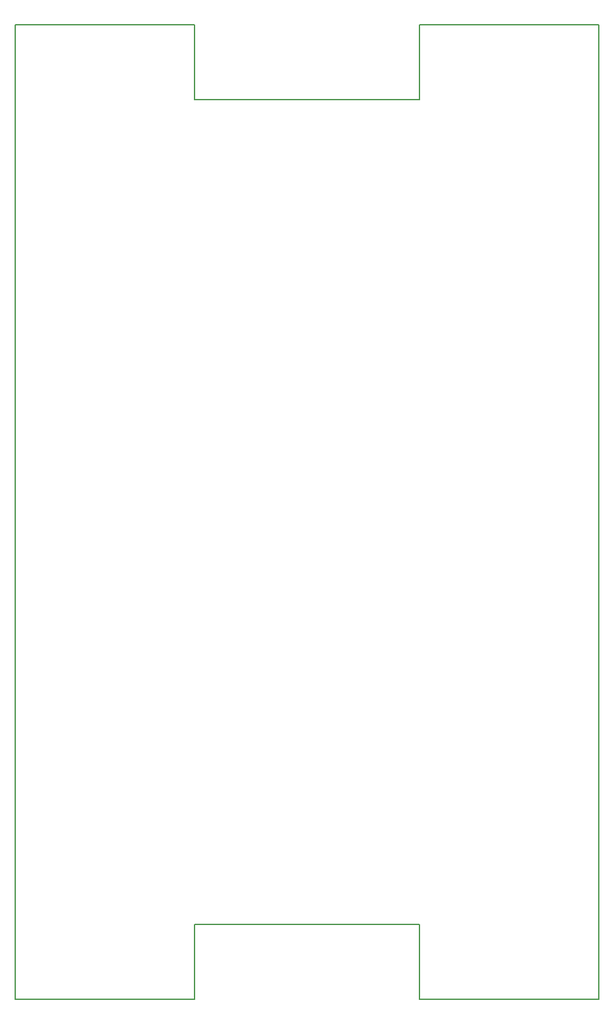
<source format=gm1>
G04 #@! TF.GenerationSoftware,KiCad,Pcbnew,(5.0.0)*
G04 #@! TF.CreationDate,2019-07-08T16:39:32+02:00*
G04 #@! TF.ProjectId,lofence,6C6F66656E63652E6B696361645F7063,rev?*
G04 #@! TF.SameCoordinates,Original*
G04 #@! TF.FileFunction,Profile,NP*
%FSLAX46Y46*%
G04 Gerber Fmt 4.6, Leading zero omitted, Abs format (unit mm)*
G04 Created by KiCad (PCBNEW (5.0.0)) date 07/08/19 16:39:32*
%MOMM*%
%LPD*%
G01*
G04 APERTURE LIST*
%ADD10C,0.150000*%
G04 APERTURE END LIST*
D10*
X113000000Y-37000000D02*
X109000000Y-37000000D01*
X113000000Y-167000000D02*
X113000000Y-37000000D01*
X109000000Y-167000000D02*
X113000000Y-167000000D01*
X35000000Y-37000000D02*
X39000000Y-37000000D01*
X35000000Y-167000000D02*
X35000000Y-37000000D01*
X39000000Y-167000000D02*
X35000000Y-167000000D01*
X89000000Y-47000000D02*
X89000000Y-37000000D01*
X59000000Y-37000000D02*
X59000000Y-47000000D01*
X89000000Y-157000000D02*
X89000000Y-167000000D01*
X59000000Y-157000000D02*
X59000000Y-167000000D01*
X89000000Y-47000000D02*
X59000000Y-47000000D01*
X89000000Y-157000000D02*
X59000000Y-157000000D01*
X59000000Y-37000000D02*
X39000000Y-37000000D01*
X109000000Y-37000000D02*
X89000000Y-37000000D01*
X109000000Y-167000000D02*
X89000000Y-167000000D01*
X39000000Y-167000000D02*
X59000000Y-167000000D01*
M02*

</source>
